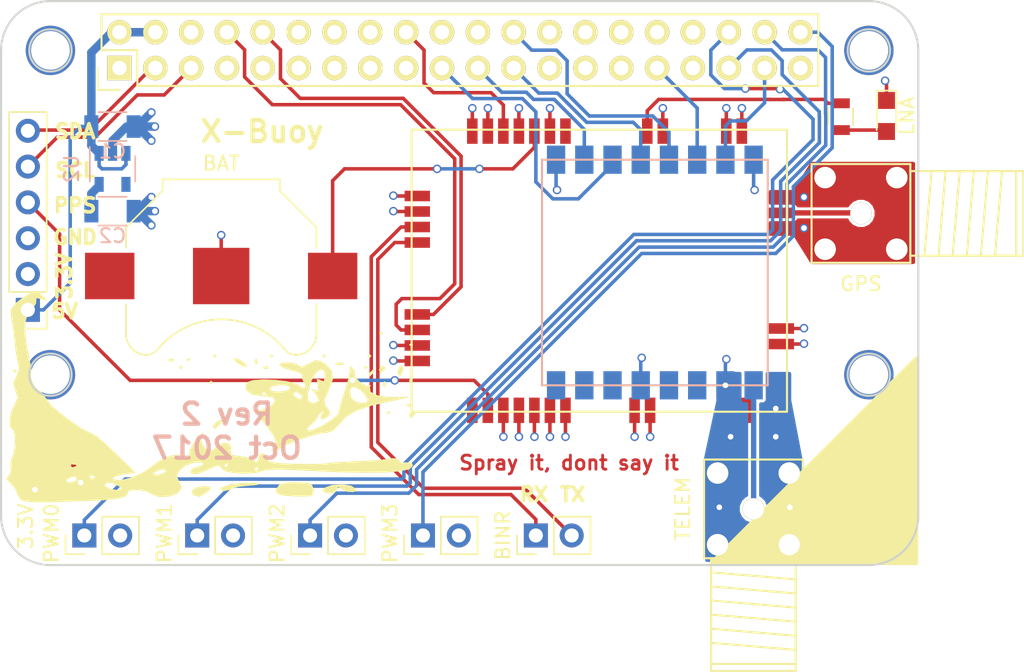
<source format=kicad_pcb>
(kicad_pcb (version 4) (host pcbnew 4.0.7)
  (layers (0 F.Cu signal) (1 In1.Cu power hide) (2 In2.Cu power hide) (31 B.Cu signal) (34 B.Paste user) (35 F.Paste user) (36 B.SilkS user) (37 F.SilkS user) (38 B.Mask user) (39 F.Mask user) (44 Edge.Cuts user))
  (net 0 "")
  (net 1 +5V)
  (net 2 GND)
  (net 3 +3V3)
  (net 4 /ANTFLAG_NVC)
  (net 5 /SCK_RFM22B)
  (net 6 /TX_BINR_NVC)
  (net 7 "Net-(P1-Pad1)")
  (net 8 "Net-(P2-Pad1)")
  (net 9 /PPS_NVS)
  (net 10 /SCL)
  (net 11 /SDA)
  (net 12 /RX_NMEA_NVC)
  (net 13 /TX_NMEA_NVC)
  (net 14 "Net-(P5-Pad1)")
  (net 15 "Net-(U1-Pad1)")
  (net 16 /RX_BINR_NVC)
  (net 17 /SDI_RFM22B)
  (net 18 /SDO_RFM22B)
  (net 19 "Net-(U1-Pad22)")
  (net 20 /NSEL_RFM22B)
  (net 21 "Net-(U1-Pad27)")
  (net 22 "Net-(U1-Pad28)")
  (net 23 /RESET_NVC)
  (net 24 /SDN_RFM22B)
  (net 25 /NIRQ_RFM22B)
  (net 26 "Net-(U4-Pad1)")
  (net 27 "Net-(U1-Pad7)")
  (net 28 "Net-(U1-Pad11)")
  (net 29 "Net-(U1-Pad12)")
  (net 30 "Net-(U1-Pad13)")
  (net 31 "Net-(U1-Pad15)")
  (net 32 "Net-(U1-Pad16)")
  (net 33 "Net-(U1-Pad26)")
  (net 34 "Net-(U1-Pad29)")
  (net 35 "Net-(U1-Pad32)")
  (net 36 "Net-(U1-Pad33)")
  (net 37 "Net-(U3-Pad3)")
  (net 38 "Net-(U3-Pad4)")
  (net 39 "Net-(U3-Pad6)")
  (net 40 "Net-(U3-Pad7)")
  (net 41 "Net-(U3-Pad8)")
  (net 42 "Net-(U4-Pad21)")
  (net 43 "Net-(U2-Pad4)")
  (net 44 /PWM0)
  (net 45 /PWM1)
  (net 46 /PWM2)
  (net 47 /PWM3)
  (net 48 "Net-(D1-Pad2)")
  (net 49 "Net-(D2-Pad2)")
  (module Connectors:1pin (layer F.Cu) (at 113.5 86.5)
    (fp_text reference REF** hide)
    (fp_text value 1pin)
    (pad 1 thru_hole circle (at 0 0) (size 3.5 3.5) (drill 2.75) (layers *.Cu *.Mask) (net 2 GND))
  )
  (module Connectors:1pin (layer F.Cu) (at 113.5 63.5)
    (fp_text reference REF** hide)
    (fp_text value 1pin)
    (pad 1 thru_hole circle (at 0 0) (size 3.5 3.5) (drill 2.75) (layers *.Cu *.Mask) (net 2 GND))
  )
  (module Connectors:1pin (layer F.Cu) (at 171.5 63.5)
    (fp_text reference REF** hide)
    (fp_text value 1pin)
    (pad 1 thru_hole circle (at 0 0) (size 3.5 3.5) (drill 2.75) (layers *.Cu *.Mask) (net 2 GND))
  )
  (module Connectors:1pin (layer F.Cu) (at 171.5 86.5)
    (fp_text reference REF** hide)
    (fp_text value 1pin)
    (pad 1 thru_hole circle (at 0 0) (size 3.5 3.5) (drill 2.75) (layers *.Cu *.Mask) (net 2 GND))
  )
  (module NV08C-CSM:NV08C-CSM (layer F.Cu) (at 152.396 79.124)
    (fp_text reference U4 hide)
    (fp_text value NV08C-CSM)
    (pad 1 smd rect (at -9 9.9) (size 0.75 1.8) (layers F.Cu F.Paste F.Mask) (net 26 "Net-(U4-Pad1)"))
    (pad 2 smd rect (at -7.9 9.9) (size 0.75 1.8) (layers F.Cu F.Paste F.Mask) (net 9 /PPS_NVS))
    (pad 3 smd rect (at -6.8 9.9) (size 0.75 1.8) (layers F.Cu F.Paste F.Mask) (net 2 GND))
    (pad 4 smd rect (at -5.7 9.9) (size 0.75 1.8) (layers F.Cu F.Paste F.Mask) (net 2 GND))
    (pad 5 smd rect (at -4.6 9.9) (size 0.75 1.8) (layers F.Cu F.Paste F.Mask) (net 3 +3V3))
    (pad 8 smd rect (at 2.5 9.9) (size 0.75 1.8) (layers F.Cu F.Paste F.Mask) (net 3 +3V3))
    (pad 9 smd rect (at 3.6 9.9) (size 0.75 1.8) (layers F.Cu F.Paste F.Mask) (net 2 GND))
    (pad 10 smd rect (at 9.3 9.9) (size 0.75 1.8) (layers F.Cu F.Paste F.Mask) (net 2 GND))
    (pad 11 smd rect (at 10.4 9.9) (size 0.75 1.8) (layers F.Cu F.Paste F.Mask) (net 2 GND))
    (pad 16 smd rect (at 12.9 -5.2 90) (size 0.75 1.8) (layers F.Cu F.Paste F.Mask) (net 2 GND))
    (pad 15 smd rect (at 12.9 -4.1 90) (size 0.75 1.8) (layers F.Cu F.Paste F.Mask) (net 8 "Net-(P2-Pad1)"))
    (pad 14 smd rect (at 12.9 -3 90) (size 0.75 1.8) (layers F.Cu F.Paste F.Mask) (net 2 GND))
    (pad 13 smd rect (at 12.9 4.1 90) (size 0.75 1.8) (layers F.Cu F.Paste F.Mask) (net 2 GND))
    (pad 12 smd rect (at 12.9 5.2 90) (size 0.75 1.8) (layers F.Cu F.Paste F.Mask) (net 2 GND))
    (pad 27 smd rect (at -9 -9.9) (size 0.75 1.8) (layers F.Cu F.Paste F.Mask) (net 2 GND))
    (pad 26 smd rect (at -7.9 -9.9) (size 0.75 1.8) (layers F.Cu F.Paste F.Mask) (net 3 +3V3))
    (pad 25 smd rect (at -6.8 -9.9) (size 0.75 1.8) (layers F.Cu F.Paste F.Mask) (net 23 /RESET_NVC))
    (pad 24 smd rect (at -5.7 -9.9) (size 0.75 1.8) (layers F.Cu F.Paste F.Mask) (net 2 GND))
    (pad 23 smd rect (at -4.6 -9.9) (size 0.75 1.8) (layers F.Cu F.Paste F.Mask) (net 14 "Net-(P5-Pad1)"))
    (pad 22 smd rect (at -3.5 -9.9) (size 0.75 1.8) (layers F.Cu F.Paste F.Mask) (net 2 GND))
    (pad 6 smd rect (at -3.5 9.9) (size 0.75 1.8) (layers F.Cu F.Paste F.Mask) (net 2 GND))
    (pad 7 smd rect (at -2.4 9.9) (size 0.75 1.8) (layers F.Cu F.Paste F.Mask) (net 2 GND))
    (pad 20 smd rect (at 3.4 -9.9) (size 0.75 1.8) (layers F.Cu F.Paste F.Mask) (net 4 /ANTFLAG_NVC))
    (pad 21 smd rect (at -2.4 -9.9) (size 0.75 1.8) (layers F.Cu F.Paste F.Mask) (net 42 "Net-(U4-Pad21)"))
    (pad 19 smd rect (at 4.5 -9.9) (size 0.75 1.8) (layers F.Cu F.Paste F.Mask) (net 2 GND))
    (pad 18 smd rect (at 9 -9.9) (size 0.75 1.8) (layers F.Cu F.Paste F.Mask) (net 2 GND))
    (pad 17 smd rect (at 10.1 -9.9) (size 0.75 1.8) (layers F.Cu F.Paste F.Mask) (net 2 GND))
    (pad 28 smd rect (at -12.9 -5.3 90) (size 0.75 1.8) (layers F.Cu F.Paste F.Mask) (net 3 +3V3))
    (pad 29 smd rect (at -12.9 -4.2 90) (size 0.75 1.8) (layers F.Cu F.Paste F.Mask) (net 2 GND))
    (pad 30 smd rect (at -12.9 -3.1 90) (size 0.75 1.8) (layers F.Cu F.Paste F.Mask) (net 16 /RX_BINR_NVC))
    (pad 31 smd rect (at -12.9 -2 90) (size 0.75 1.8) (layers F.Cu F.Paste F.Mask) (net 6 /TX_BINR_NVC))
    (pad 32 smd rect (at -12.9 3.1 90) (size 0.75 1.8) (layers F.Cu F.Paste F.Mask) (net 13 /TX_NMEA_NVC))
    (pad 33 smd rect (at -12.9 4.2 90) (size 0.75 1.8) (layers F.Cu F.Paste F.Mask) (net 12 /RX_NMEA_NVC))
    (pad 34 smd rect (at -12.9 5.3 90) (size 0.75 1.8) (layers F.Cu F.Paste F.Mask) (net 2 GND))
    (pad 35 smd rect (at -12.9 6.4 90) (size 0.75 1.8) (layers F.Cu F.Paste F.Mask) (net 3 +3V3))
  )
  (module Pin_Headers:Pin_Header_Straight_2x20 (layer F.Cu) (at 118.39 64.75 90)
    (fp_text reference U1 hide)
    (fp_text value RaspberryPi hide)
    (pad 1 thru_hole rect (at 0 0 90) (size 1.7272 1.7272) (drill 1.016) (layers *.Cu *.Mask F.SilkS) (net 15 "Net-(U1-Pad1)"))
    (pad 2 thru_hole oval (at 2.54 0 90) (size 1.7272 1.7272) (drill 1.016) (layers *.Cu *.Mask F.SilkS) (net 1 +5V))
    (pad 3 thru_hole oval (at 0 2.54 90) (size 1.7272 1.7272) (drill 1.016) (layers *.Cu *.Mask F.SilkS) (net 11 /SDA))
    (pad 4 thru_hole oval (at 2.54 2.54 90) (size 1.7272 1.7272) (drill 1.016) (layers *.Cu *.Mask F.SilkS) (net 1 +5V))
    (pad 5 thru_hole oval (at 0 5.08 90) (size 1.7272 1.7272) (drill 1.016) (layers *.Cu *.Mask F.SilkS) (net 10 /SCL))
    (pad 6 thru_hole oval (at 2.54 5.08 90) (size 1.7272 1.7272) (drill 1.016) (layers *.Cu *.Mask F.SilkS) (net 2 GND))
    (pad 7 thru_hole oval (at 0 7.62 90) (size 1.7272 1.7272) (drill 1.016) (layers *.Cu *.Mask F.SilkS) (net 27 "Net-(U1-Pad7)"))
    (pad 8 thru_hole oval (at 2.54 7.62 90) (size 1.7272 1.7272) (drill 1.016) (layers *.Cu *.Mask F.SilkS) (net 12 /RX_NMEA_NVC))
    (pad 9 thru_hole oval (at 0 10.16 90) (size 1.7272 1.7272) (drill 1.016) (layers *.Cu *.Mask F.SilkS) (net 2 GND))
    (pad 10 thru_hole oval (at 2.54 10.16 90) (size 1.7272 1.7272) (drill 1.016) (layers *.Cu *.Mask F.SilkS) (net 13 /TX_NMEA_NVC))
    (pad 11 thru_hole oval (at 0 12.7 90) (size 1.7272 1.7272) (drill 1.016) (layers *.Cu *.Mask F.SilkS) (net 28 "Net-(U1-Pad11)"))
    (pad 12 thru_hole oval (at 2.54 12.7 90) (size 1.7272 1.7272) (drill 1.016) (layers *.Cu *.Mask F.SilkS) (net 29 "Net-(U1-Pad12)"))
    (pad 13 thru_hole oval (at 0 15.24 90) (size 1.7272 1.7272) (drill 1.016) (layers *.Cu *.Mask F.SilkS) (net 30 "Net-(U1-Pad13)"))
    (pad 14 thru_hole oval (at 2.54 15.24 90) (size 1.7272 1.7272) (drill 1.016) (layers *.Cu *.Mask F.SilkS) (net 2 GND))
    (pad 15 thru_hole oval (at 0 17.78 90) (size 1.7272 1.7272) (drill 1.016) (layers *.Cu *.Mask F.SilkS) (net 31 "Net-(U1-Pad15)"))
    (pad 16 thru_hole oval (at 2.54 17.78 90) (size 1.7272 1.7272) (drill 1.016) (layers *.Cu *.Mask F.SilkS) (net 32 "Net-(U1-Pad16)"))
    (pad 17 thru_hole oval (at 0 20.32 90) (size 1.7272 1.7272) (drill 1.016) (layers *.Cu *.Mask F.SilkS) (net 3 +3V3))
    (pad 18 thru_hole oval (at 2.54 20.32 90) (size 1.7272 1.7272) (drill 1.016) (layers *.Cu *.Mask F.SilkS) (net 23 /RESET_NVC))
    (pad 19 thru_hole oval (at 0 22.86 90) (size 1.7272 1.7272) (drill 1.016) (layers *.Cu *.Mask F.SilkS) (net 17 /SDI_RFM22B))
    (pad 20 thru_hole oval (at 2.54 22.86 90) (size 1.7272 1.7272) (drill 1.016) (layers *.Cu *.Mask F.SilkS) (net 2 GND))
    (pad 21 thru_hole oval (at 0 25.4 90) (size 1.7272 1.7272) (drill 1.016) (layers *.Cu *.Mask F.SilkS) (net 18 /SDO_RFM22B))
    (pad 22 thru_hole oval (at 2.54 25.4 90) (size 1.7272 1.7272) (drill 1.016) (layers *.Cu *.Mask F.SilkS) (net 19 "Net-(U1-Pad22)"))
    (pad 23 thru_hole oval (at 0 27.94 90) (size 1.7272 1.7272) (drill 1.016) (layers *.Cu *.Mask F.SilkS) (net 5 /SCK_RFM22B))
    (pad 24 thru_hole oval (at 2.54 27.94 90) (size 1.7272 1.7272) (drill 1.016) (layers *.Cu *.Mask F.SilkS) (net 20 /NSEL_RFM22B))
    (pad 25 thru_hole oval (at 0 30.48 90) (size 1.7272 1.7272) (drill 1.016) (layers *.Cu *.Mask F.SilkS) (net 2 GND))
    (pad 26 thru_hole oval (at 2.54 30.48 90) (size 1.7272 1.7272) (drill 1.016) (layers *.Cu *.Mask F.SilkS) (net 33 "Net-(U1-Pad26)"))
    (pad 27 thru_hole oval (at 0 33.02 90) (size 1.7272 1.7272) (drill 1.016) (layers *.Cu *.Mask F.SilkS) (net 21 "Net-(U1-Pad27)"))
    (pad 28 thru_hole oval (at 2.54 33.02 90) (size 1.7272 1.7272) (drill 1.016) (layers *.Cu *.Mask F.SilkS) (net 22 "Net-(U1-Pad28)"))
    (pad 29 thru_hole oval (at 0 35.56 90) (size 1.7272 1.7272) (drill 1.016) (layers *.Cu *.Mask F.SilkS) (net 34 "Net-(U1-Pad29)"))
    (pad 30 thru_hole oval (at 2.54 35.56 90) (size 1.7272 1.7272) (drill 1.016) (layers *.Cu *.Mask F.SilkS) (net 2 GND))
    (pad 31 thru_hole oval (at 0 38.1 90) (size 1.7272 1.7272) (drill 1.016) (layers *.Cu *.Mask F.SilkS) (net 25 /NIRQ_RFM22B))
    (pad 32 thru_hole oval (at 2.54 38.1 90) (size 1.7272 1.7272) (drill 1.016) (layers *.Cu *.Mask F.SilkS) (net 35 "Net-(U1-Pad32)"))
    (pad 33 thru_hole oval (at 0 40.64 90) (size 1.7272 1.7272) (drill 1.016) (layers *.Cu *.Mask F.SilkS) (net 36 "Net-(U1-Pad33)"))
    (pad 34 thru_hole oval (at 2.54 40.64 90) (size 1.7272 1.7272) (drill 1.016) (layers *.Cu *.Mask F.SilkS) (net 2 GND))
    (pad 35 thru_hole oval (at 0 43.18 90) (size 1.7272 1.7272) (drill 1.016) (layers *.Cu *.Mask F.SilkS) (net 45 /PWM1))
    (pad 36 thru_hole oval (at 2.54 43.18 90) (size 1.7272 1.7272) (drill 1.016) (layers *.Cu *.Mask F.SilkS) (net 44 /PWM0))
    (pad 37 thru_hole oval (at 0 45.72 90) (size 1.7272 1.7272) (drill 1.016) (layers *.Cu *.Mask F.SilkS) (net 24 /SDN_RFM22B))
    (pad 38 thru_hole oval (at 2.54 45.72 90) (size 1.7272 1.7272) (drill 1.016) (layers *.Cu *.Mask F.SilkS) (net 46 /PWM2))
    (pad 39 thru_hole oval (at 0 48.26 90) (size 1.7272 1.7272) (drill 1.016) (layers *.Cu *.Mask F.SilkS) (net 2 GND))
    (pad 40 thru_hole oval (at 2.54 48.26 90) (size 1.7272 1.7272) (drill 1.016) (layers *.Cu *.Mask F.SilkS) (net 47 /PWM3))
  )
  (module RFM22B:RFM22B (layer B.Cu) (at 156.333 79.251 90)
    (fp_text reference U3 hide)
    (fp_text value RFM22B)
    (pad 1 smd rect (at -8 7 90) (size 2 1.3) (layers B.Cu B.Paste B.Mask) (net 7 "Net-(P1-Pad1)"))
    (pad 2 smd rect (at -8 5 90) (size 2 1.3) (layers B.Cu B.Paste B.Mask) (net 2 GND))
    (pad 3 smd rect (at -8 3 90) (size 2 1.3) (layers B.Cu B.Paste B.Mask) (net 37 "Net-(U3-Pad3)"))
    (pad 4 smd rect (at -8 1 90) (size 2 1.3) (layers B.Cu B.Paste B.Mask) (net 38 "Net-(U3-Pad4)"))
    (pad 5 smd rect (at -8 -1 90) (size 2 1.3) (layers B.Cu B.Paste B.Mask) (net 3 +3V3))
    (pad 6 smd rect (at -8 -3 90) (size 2 1.3) (layers B.Cu B.Paste B.Mask) (net 39 "Net-(U3-Pad6)"))
    (pad 7 smd rect (at -8 -5 90) (size 2 1.3) (layers B.Cu B.Paste B.Mask) (net 40 "Net-(U3-Pad7)"))
    (pad 8 smd rect (at -8 -7 90) (size 2 1.3) (layers B.Cu B.Paste B.Mask) (net 41 "Net-(U3-Pad8)"))
    (pad 9 smd rect (at 8 -7 90) (size 2 1.3) (layers B.Cu B.Paste B.Mask) (net 2 GND))
    (pad 10 smd rect (at 8 -5 90) (size 2 1.3) (layers B.Cu B.Paste B.Mask) (net 18 /SDO_RFM22B))
    (pad 11 smd rect (at 8 -3 90) (size 2 1.3) (layers B.Cu B.Paste B.Mask) (net 17 /SDI_RFM22B))
    (pad 12 smd rect (at 8 -1 90) (size 2 1.3) (layers B.Cu B.Paste B.Mask) (net 5 /SCK_RFM22B))
    (pad 13 smd rect (at 8 1 90) (size 2 1.3) (layers B.Cu B.Paste B.Mask) (net 20 /NSEL_RFM22B))
    (pad 14 smd rect (at 8 3 90) (size 2 1.3) (layers B.Cu B.Paste B.Mask) (net 25 /NIRQ_RFM22B))
    (pad 15 smd rect (at 8 5 90) (size 2 1.3) (layers B.Cu B.Paste B.Mask) (net 24 /SDN_RFM22B))
    (pad 16 smd rect (at 8 7 90) (size 2 1.3) (layers B.Cu B.Paste B.Mask) (net 2 GND))
  )
  (module LEDs:LED_0805 (layer F.Cu) (at 112.25 92.15 90)
    (fp_text reference 3.3V (at -5.1 -0.5 90) (layer F.SilkS))
    (fp_text value LED)
    (pad 2 smd rect (at 1.1 0 270) (size 1.2 1.2) (layers F.Cu F.Paste F.Mask) (net 48 "Net-(D1-Pad2)"))
    (pad 1 smd rect (at -1.1 0 270) (size 1.2 1.2) (layers F.Cu F.Paste F.Mask) (net 2 GND))
  )
  (module LEDs:LED_0805 (layer F.Cu) (at 172.75 68.15 270)
    (fp_text reference LNA (at 0 -1.45 270) (layer F.SilkS))
    (fp_text value LED)
    (pad 2 smd rect (at 1.1 0 90) (size 1.2 1.2) (layers F.Cu F.Paste F.Mask) (net 49 "Net-(D2-Pad2)"))
    (pad 1 smd rect (at -1.1 0 90) (size 1.2 1.2) (layers F.Cu F.Paste F.Mask) (net 2 GND))
  )
  (module Misc:RightAngleSMA (layer F.Cu) (at 163.318 96.015 270)
    (fp_text reference TELEM (at 0 5 270) (layer F.SilkS))
    (fp_text value "Telem RF")
    (pad 2 thru_hole circle (at 2.54 2.54 270) (size 1.524 1.524) (drill 1.5) (layers *.Cu *.Mask F.SilkS) (net 2 GND))
    (pad 2 thru_hole circle (at -2.54 2.54 270) (size 1.524 1.524) (drill 1.5) (layers *.Cu *.Mask F.SilkS) (net 2 GND))
    (pad 2 thru_hole circle (at 2.54 -2.54 270) (size 1.524 1.524) (drill 1.5) (layers *.Cu *.Mask F.SilkS) (net 2 GND))
    (pad 2 thru_hole circle (at -2.54 -2.54 270) (size 1.524 1.524) (drill 1.5) (layers *.Cu *.Mask F.SilkS) (net 2 GND))
    (pad 1 thru_hole circle (at 0 0 270) (size 1.524 1.524) (drill 1.5) (layers *.Cu *.Mask F.SilkS) (net 7 "Net-(P1-Pad1)"))
  )
  (module Misc:RightAngleSMA (layer F.Cu) (at 170.938 75.06)
    (fp_text reference GPS (at 0 5) (layer F.SilkS))
    (fp_text value "GPS RF")
    (pad 2 thru_hole circle (at 2.54 2.54) (size 1.524 1.524) (drill 1.5) (layers *.Cu *.Mask F.SilkS) (net 2 GND))
    (pad 2 thru_hole circle (at -2.54 2.54) (size 1.524 1.524) (drill 1.5) (layers *.Cu *.Mask F.SilkS) (net 2 GND))
    (pad 2 thru_hole circle (at 2.54 -2.54) (size 1.524 1.524) (drill 1.5) (layers *.Cu *.Mask F.SilkS) (net 2 GND))
    (pad 2 thru_hole circle (at -2.54 -2.54) (size 1.524 1.524) (drill 1.5) (layers *.Cu *.Mask F.SilkS) (net 2 GND))
    (pad 1 thru_hole circle (at 0 0) (size 1.524 1.524) (drill 1.5) (layers *.Cu *.Mask F.SilkS) (net 8 "Net-(P2-Pad1)"))
  )
  (module Battery_Holders:Keystone_3000_1x12mm-CoinCell (layer F.Cu) (at 125.6 79.5)
    (fp_text reference BAT (at 0 -8) (layer F.SilkS))
    (fp_text value "Bat holder")
    (pad 1 smd rect (at -7.9 0) (size 3.5 3.3) (layers F.Cu F.Paste F.Mask) (net 14 "Net-(P5-Pad1)"))
    (pad 1 smd rect (at 7.9 0) (size 3.5 3.3) (layers F.Cu F.Paste F.Mask) (net 14 "Net-(P5-Pad1)"))
    (pad 2 smd rect (at 0 0) (size 4 4) (layers F.Cu F.Mask) (net 2 GND))
  )
  (module Capacitors_SMD:C_1206 (layer B.Cu) (at 117.9 68.9)
    (fp_text reference C1 (at 0 1.75) (layer B.SilkS) (effects (justify mirror)))
    (fp_text value 10uF)
    (pad 1 smd rect (at -1.5 0) (size 1 1.6) (layers B.Cu B.Paste B.Mask) (net 1 +5V))
    (pad 2 smd rect (at 1.5 0) (size 1 1.6) (layers B.Cu B.Paste B.Mask) (net 2 GND))
  )
  (module Capacitors_SMD:C_1206 (layer B.Cu) (at 117.9 74.9)
    (fp_text reference C2 (at 0 1.75) (layer B.SilkS) (effects (justify mirror)))
    (fp_text value 10uF)
    (pad 1 smd rect (at -1.5 0) (size 1 1.6) (layers B.Cu B.Paste B.Mask) (net 3 +3V3))
    (pad 2 smd rect (at 1.5 0) (size 1 1.6) (layers B.Cu B.Paste B.Mask) (net 2 GND))
  )
  (module TO_SOT_Packages_SMD:SOT-23-5 (layer B.Cu) (at 117.9 71.9 270)
    (fp_text reference U2 (at 0 2.9 270) (layer B.SilkS) (effects (justify mirror)))
    (fp_text value TLV70233_SOT23-5)
    (pad 1 smd rect (at -1.1 0.95 270) (size 1.06 0.65) (layers B.Cu B.Paste B.Mask) (net 1 +5V))
    (pad 2 smd rect (at -1.1 0 270) (size 1.06 0.65) (layers B.Cu B.Paste B.Mask) (net 2 GND))
    (pad 3 smd rect (at -1.1 -0.95 270) (size 1.06 0.65) (layers B.Cu B.Paste B.Mask) (net 1 +5V))
    (pad 4 smd rect (at 1.1 -0.95 270) (size 1.06 0.65) (layers B.Cu B.Paste B.Mask) (net 43 "Net-(U2-Pad4)"))
    (pad 5 smd rect (at 1.1 0.95 270) (size 1.06 0.65) (layers B.Cu B.Paste B.Mask) (net 3 +3V3))
  )
  (module Pin_Headers:Pin_Header_Straight_1x02_Pitch2.54mm (layer F.Cu) (at 115.9 97.9 90)
    (fp_text reference PWM0 (at 0.15 -2.33 90) (layer F.SilkS))
    (fp_text value PWM0)
    (pad 1 thru_hole rect (at 0 0 90) (size 1.7 1.7) (drill 1) (layers *.Cu *.Mask) (net 44 /PWM0))
    (pad 2 thru_hole oval (at 0 2.54 90) (size 1.7 1.7) (drill 1) (layers *.Cu *.Mask) (net 2 GND))
  )
  (module Pin_Headers:Pin_Header_Straight_1x06_Pitch2.54mm (layer F.Cu) (at 111.9 81.9 180)
    (fp_text reference J5 hide)
    (fp_text value Gen hide)
    (pad 1 thru_hole rect (at 0 0 180) (size 1.7 1.7) (drill 1) (layers *.Cu *.Mask) (net 1 +5V))
    (pad 2 thru_hole oval (at 0 2.54 180) (size 1.7 1.7) (drill 1) (layers *.Cu *.Mask) (net 3 +3V3))
    (pad 3 thru_hole oval (at 0 5.08 180) (size 1.7 1.7) (drill 1) (layers *.Cu *.Mask) (net 2 GND))
    (pad 4 thru_hole oval (at 0 7.62 180) (size 1.7 1.7) (drill 1) (layers *.Cu *.Mask) (net 9 /PPS_NVS))
    (pad 5 thru_hole oval (at 0 10.16 180) (size 1.7 1.7) (drill 1) (layers *.Cu *.Mask) (net 10 /SCL))
    (pad 6 thru_hole oval (at 0 12.7 180) (size 1.7 1.7) (drill 1) (layers *.Cu *.Mask) (net 11 /SDA))
  )
  (module Pin_Headers:Pin_Header_Straight_1x02_Pitch2.54mm (layer F.Cu) (at 147.9 97.9 90)
    (fp_text reference BINR (at 0 -2.33 90) (layer F.SilkS))
    (fp_text value BINR)
    (pad 1 thru_hole rect (at 0 0 90) (size 1.7 1.7) (drill 1) (layers *.Cu *.Mask) (net 16 /RX_BINR_NVC))
    (pad 2 thru_hole oval (at 0 2.54 90) (size 1.7 1.7) (drill 1) (layers *.Cu *.Mask) (net 6 /TX_BINR_NVC))
  )
  (module Pin_Headers:Pin_Header_Straight_1x02_Pitch2.54mm (layer F.Cu) (at 123.9 97.9 90)
    (fp_text reference PWM1 (at 0.15 -2.33 90) (layer F.SilkS))
    (fp_text value PWM1)
    (pad 1 thru_hole rect (at 0 0 90) (size 1.7 1.7) (drill 1) (layers *.Cu *.Mask) (net 45 /PWM1))
    (pad 2 thru_hole oval (at 0 2.54 90) (size 1.7 1.7) (drill 1) (layers *.Cu *.Mask) (net 2 GND))
  )
  (module Pin_Headers:Pin_Header_Straight_1x02_Pitch2.54mm (layer F.Cu) (at 131.9 97.9 90)
    (fp_text reference PWM2 (at 0.15 -2.33 90) (layer F.SilkS))
    (fp_text value PWM2)
    (pad 1 thru_hole rect (at 0 0 90) (size 1.7 1.7) (drill 1) (layers *.Cu *.Mask) (net 46 /PWM2))
    (pad 2 thru_hole oval (at 0 2.54 90) (size 1.7 1.7) (drill 1) (layers *.Cu *.Mask) (net 2 GND))
  )
  (module Pin_Headers:Pin_Header_Straight_1x02_Pitch2.54mm (layer F.Cu) (at 139.9 97.9 90)
    (fp_text reference PWM3 (at 0.15 -2.33 90) (layer F.SilkS))
    (fp_text value PWM3)
    (pad 1 thru_hole rect (at 0 0 90) (size 1.7 1.7) (drill 1) (layers *.Cu *.Mask) (net 47 /PWM3))
    (pad 2 thru_hole oval (at 0 2.54 90) (size 1.7 1.7) (drill 1) (layers *.Cu *.Mask) (net 2 GND))
  )
  (module Resistors_SMD:R_0805 (layer F.Cu) (at 115.5 92.05 90)
    (fp_text reference R1 hide)
    (fp_text value 300)
    (pad 1 smd rect (at -0.95 0 90) (size 0.7 1.3) (layers F.Cu F.Paste F.Mask) (net 3 +3V3))
    (pad 2 smd rect (at 0.95 0 90) (size 0.7 1.3) (layers F.Cu F.Paste F.Mask) (net 48 "Net-(D1-Pad2)"))
  )
  (module Resistors_SMD:R_0805 (layer F.Cu) (at 169.5 68.2 270)
    (fp_text reference R2 hide)
    (fp_text value 300)
    (pad 1 smd rect (at -0.95 0 270) (size 0.7 1.3) (layers F.Cu F.Paste F.Mask) (net 4 /ANTFLAG_NVC))
    (pad 2 smd rect (at 0.95 0 270) (size 0.7 1.3) (layers F.Cu F.Paste F.Mask) (net 49 "Net-(D2-Pad2)"))
  )
  (module Images:skimage (layer F.Cu) (at 124.75 88.25)
    (fp_text reference G*** hide)
    (fp_text value LOGO hide)
  )
  (gr_text "Spray it, dont say it" (at 150.25 92.75) (layer F.Cu) (effects (font (size 1 1) (thickness 0.2))))
  (gr_text "Rev 2\nOct 2017" (at 126 90.5) (layer B.SilkS) (effects (font (size 1.5 1.5) (thickness 0.3)) (justify mirror)))
  (gr_text X-Buoy (at 128.5 69.25 360) (layer F.SilkS) (effects (font (size 1.5 1.5) (thickness 0.3))))
  (gr_text TX (at 150.5 95) (layer F.SilkS) (effects (font (size 1 1) (thickness 0.25))))
  (gr_text RX (at 147.75 95) (layer F.SilkS) (effects (font (size 1 1) (thickness 0.25))))
  (gr_text SDA (at 115.25 69.25) (layer F.SilkS) (effects (font (size 1 1) (thickness 0.25))))
  (gr_text SCL (at 115.25 72) (layer F.SilkS) (effects (font (size 1 1) (thickness 0.25))))
  (gr_text PPS (at 115.25 74.5) (layer F.SilkS) (effects (font (size 1 1) (thickness 0.25))))
  (gr_text GND (at 115.25 76.75) (layer F.SilkS) (effects (font (size 1 1) (thickness 0.25))))
  (gr_text 3.3V (at 114.5 79.5 90) (layer F.SilkS) (effects (font (size 1 1) (thickness 0.25))))
  (gr_text 5V (at 114.5 82) (layer F.SilkS) (effects (font (size 1 1) (thickness 0.25))))
  (gr_line (start 175 96.5) (end 175 86.5) (layer Edge.Cuts) (width 0.15))
  (gr_line (start 113.5 100) (end 171.5 100) (layer Edge.Cuts) (width 0.15))
  (gr_line (start 110 86.5) (end 110 96.5) (layer Edge.Cuts) (width 0.15))
  (gr_arc (start 113.5 96.5) (end 113.5 100) (angle 90) (layer Edge.Cuts) (width 0.15))
  (gr_arc (start 171.5 96.5) (end 175 96.5) (angle 90) (layer Edge.Cuts) (width 0.15))
  (gr_line (start 171.5 60) (end 113.5 60) (layer Edge.Cuts) (width 0.15))
  (gr_line (start 175 86.5) (end 175 63.5) (layer Edge.Cuts) (width 0.15))
  (gr_line (start 110 63.5) (end 110 86.5) (layer Edge.Cuts) (width 0.15))
  (gr_arc (start 113.5 63.5) (end 110 63.5) (angle 90) (layer Edge.Cuts) (width 0.15))
  (gr_arc (start 171.5 63.5) (end 171.5 60) (angle 90) (layer Edge.Cuts) (width 0.15))
  (gr_circle (center 171.5 86.5) (end 171.5 85) (layer Edge.Cuts) (width 0.15))
  (gr_circle (center 113.5 86.5) (end 113.5 85) (layer Edge.Cuts) (width 0.15))
  (gr_circle (center 113.5 63.5) (end 113.5 62) (layer Edge.Cuts) (width 0.15))
  (gr_circle (center 171.5 63.5) (end 171.5 62) (layer Edge.Cuts) (width 0.15))
  (segment (start 114.9 69.65) (end 114.9 80) (width 0.25) (layer B.Cu) (net 1))
  (segment (start 114.9 80) (end 113 81.9) (width 0.25) (layer B.Cu) (net 1))
  (segment (start 113 81.9) (end 111.9 81.9) (width 0.25) (layer B.Cu) (net 1))
  (segment (start 116.4 68.9) (end 115.65 68.9) (width 0.25) (layer B.Cu) (net 1))
  (segment (start 115.65 68.9) (end 114.9 69.65) (width 0.25) (layer B.Cu) (net 1))
  (segment (start 118.85 70.8) (end 118.85 71.6) (width 0.25) (layer B.Cu) (net 1))
  (segment (start 116.95 71.7) (end 116.95 70.8) (width 0.25) (layer B.Cu) (net 1))
  (segment (start 117.15 71.9) (end 116.95 71.7) (width 0.25) (layer B.Cu) (net 1))
  (segment (start 118.55 71.9) (end 117.15 71.9) (width 0.25) (layer B.Cu) (net 1))
  (segment (start 118.85 71.6) (end 118.55 71.9) (width 0.25) (layer B.Cu) (net 1))
  (segment (start 116.4 68.9) (end 116.4 70.25) (width 0.6) (layer B.Cu) (net 1))
  (segment (start 116.4 70.25) (end 116.95 70.8) (width 0.6) (layer B.Cu) (net 1))
  (segment (start 120.93 62.21) (end 118.39 62.21) (width 0.6) (layer B.Cu) (net 1))
  (segment (start 118.39 62.21) (end 118.33 62.15) (width 0.8) (layer B.Cu) (net 1))
  (segment (start 118.33 62.15) (end 117.9 62.15) (width 0.8) (layer B.Cu) (net 1))
  (segment (start 117.9 62.15) (end 116.4 63.65) (width 0.6) (layer B.Cu) (net 1))
  (segment (start 116.4 63.65) (end 116.4 68.9) (width 0.6) (layer B.Cu) (net 1))
  (segment (start 112.25 93.25) (end 112.25 94.5) (width 0.25) (layer F.Cu) (net 2))
  (segment (start 112.25 94.5) (end 112.4 94.65) (width 0.25) (layer F.Cu) (net 2))
  (via (at 112.4 94.65) (size 0.6) (drill 0.4) (layers F.Cu B.Cu) (net 2))
  (segment (start 172.75 67.05) (end 172.75 65.75) (width 0.25) (layer F.Cu) (net 2))
  (segment (start 172.75 65.75) (end 172.65 65.65) (width 0.25) (layer F.Cu) (net 2))
  (via (at 172.65 65.65) (size 0.6) (drill 0.4) (layers F.Cu B.Cu) (net 2))
  (segment (start 165.858 98.555) (end 165.858 95.942) (width 0.38) (layer B.Cu) (net 2))
  (segment (start 165.858 95.942) (end 165.9 95.9) (width 0.38) (layer B.Cu) (net 2))
  (via (at 165.9 95.9) (size 0.6) (drill 0.4) (layers F.Cu B.Cu) (net 2))
  (segment (start 160.778 93.475) (end 160.778 95.778) (width 0.38) (layer B.Cu) (net 2))
  (segment (start 160.778 95.778) (end 160.9 95.9) (width 0.38) (layer B.Cu) (net 2))
  (via (at 160.9 95.9) (size 0.6) (drill 0.4) (layers F.Cu B.Cu) (net 2))
  (via (at 161.333 87.251) (size 0.6) (drill 0.4) (layers F.Cu B.Cu) (net 2))
  (segment (start 164.9 90.9) (end 164.9 88.9) (width 0.38) (layer B.Cu) (net 2))
  (via (at 164.9 88.9) (size 0.6) (drill 0.4) (layers F.Cu B.Cu) (net 2))
  (segment (start 165.858 93.475) (end 165.858 91.858) (width 0.38) (layer B.Cu) (net 2))
  (segment (start 165.858 91.858) (end 164.9 90.9) (width 0.38) (layer B.Cu) (net 2))
  (via (at 164.9 90.9) (size 0.6) (drill 0.4) (layers F.Cu B.Cu) (net 2))
  (segment (start 161.333 87.251) (end 161.333 85.467) (width 0.25) (layer B.Cu) (net 2))
  (segment (start 161.333 85.467) (end 161.4 85.4) (width 0.25) (layer B.Cu) (net 2))
  (via (at 161.4 85.4) (size 0.6) (drill 0.4) (layers F.Cu B.Cu) (net 2))
  (segment (start 163.333 71.251) (end 163.333 73.333) (width 0.25) (layer B.Cu) (net 2))
  (segment (start 163.333 73.333) (end 163.4 73.4) (width 0.25) (layer B.Cu) (net 2))
  (via (at 163.4 73.4) (size 0.6) (drill 0.4) (layers F.Cu B.Cu) (net 2))
  (segment (start 149.333 71.251) (end 149.333 73.333) (width 0.25) (layer B.Cu) (net 2))
  (segment (start 149.333 73.333) (end 149.4 73.4) (width 0.25) (layer B.Cu) (net 2))
  (via (at 149.4 73.4) (size 0.6) (drill 0.4) (layers F.Cu B.Cu) (net 2))
  (segment (start 125.6 79.5) (end 125.6 76.6) (width 0.25) (layer F.Cu) (net 2))
  (via (at 125.6 76.6) (size 0.6) (drill 0.4) (layers F.Cu B.Cu) (net 2))
  (segment (start 143.396 69.224) (end 143.396 67.604) (width 0.25) (layer F.Cu) (net 2))
  (segment (start 143.396 67.604) (end 143.4 67.6) (width 0.25) (layer F.Cu) (net 2))
  (via (at 143.4 67.6) (size 0.6) (drill 0.4) (layers F.Cu B.Cu) (net 2))
  (segment (start 139.496 74.924) (end 137.824 74.924) (width 0.25) (layer F.Cu) (net 2))
  (segment (start 137.824 74.924) (end 137.8 74.9) (width 0.25) (layer F.Cu) (net 2))
  (via (at 137.8 74.9) (size 0.6) (drill 0.4) (layers F.Cu B.Cu) (net 2))
  (segment (start 139.496 84.424) (end 137.824 84.424) (width 0.25) (layer F.Cu) (net 2))
  (segment (start 137.824 84.424) (end 137.8 84.4) (width 0.25) (layer F.Cu) (net 2))
  (via (at 137.8 84.4) (size 0.6) (drill 0.4) (layers F.Cu B.Cu) (net 2))
  (segment (start 145.596 89.024) (end 145.596 90.896) (width 0.25) (layer F.Cu) (net 2))
  (segment (start 145.596 90.896) (end 145.6 90.9) (width 0.25) (layer F.Cu) (net 2))
  (via (at 145.6 90.9) (size 0.6) (drill 0.4) (layers F.Cu B.Cu) (net 2))
  (segment (start 146.696 89.024) (end 146.696 90.896) (width 0.25) (layer F.Cu) (net 2))
  (segment (start 146.696 90.896) (end 146.7 90.9) (width 0.25) (layer F.Cu) (net 2))
  (via (at 146.7 90.9) (size 0.6) (drill 0.4) (layers F.Cu B.Cu) (net 2))
  (segment (start 148.896 89.024) (end 148.896 90.896) (width 0.25) (layer F.Cu) (net 2))
  (segment (start 148.896 90.896) (end 148.9 90.9) (width 0.25) (layer F.Cu) (net 2))
  (via (at 148.9 90.9) (size 0.6) (drill 0.4) (layers F.Cu B.Cu) (net 2))
  (segment (start 149.996 89.024) (end 149.996 90.896) (width 0.25) (layer F.Cu) (net 2))
  (segment (start 149.996 90.896) (end 150 90.9) (width 0.25) (layer F.Cu) (net 2))
  (via (at 150 90.9) (size 0.6) (drill 0.4) (layers F.Cu B.Cu) (net 2))
  (segment (start 155.996 89.024) (end 155.996 90.896) (width 0.25) (layer F.Cu) (net 2))
  (segment (start 155.996 90.896) (end 156 90.9) (width 0.25) (layer F.Cu) (net 2))
  (via (at 156 90.9) (size 0.6) (drill 0.4) (layers F.Cu B.Cu) (net 2))
  (segment (start 161.696 89.024) (end 161.696 90.896) (width 0.25) (layer F.Cu) (net 2))
  (segment (start 161.696 90.896) (end 161.7 90.9) (width 0.25) (layer F.Cu) (net 2))
  (via (at 161.7 90.9) (size 0.6) (drill 0.4) (layers F.Cu B.Cu) (net 2))
  (segment (start 162.796 89.024) (end 161.696 89.024) (width 0.25) (layer F.Cu) (net 2))
  (segment (start 165.296 84.324) (end 166.876 84.324) (width 0.25) (layer F.Cu) (net 2))
  (segment (start 166.876 84.324) (end 166.9 84.3) (width 0.25) (layer F.Cu) (net 2))
  (via (at 166.9 84.3) (size 0.6) (drill 0.4) (layers F.Cu B.Cu) (net 2))
  (segment (start 165.296 83.224) (end 166.876 83.224) (width 0.25) (layer F.Cu) (net 2))
  (segment (start 166.876 83.224) (end 166.9 83.2) (width 0.25) (layer F.Cu) (net 2))
  (via (at 166.9 83.2) (size 0.6) (drill 0.4) (layers F.Cu B.Cu) (net 2))
  (segment (start 165.296 76.124) (end 166.876 76.124) (width 0.25) (layer F.Cu) (net 2))
  (segment (start 166.876 76.124) (end 166.9 76.1) (width 0.25) (layer F.Cu) (net 2))
  (via (at 166.9 76.1) (size 0.6) (drill 0.4) (layers F.Cu B.Cu) (net 2))
  (segment (start 165.296 73.924) (end 166.876 73.924) (width 0.25) (layer F.Cu) (net 2))
  (segment (start 166.876 73.924) (end 166.9 73.9) (width 0.25) (layer F.Cu) (net 2))
  (via (at 166.9 73.9) (size 0.6) (drill 0.4) (layers F.Cu B.Cu) (net 2))
  (segment (start 162.496 69.224) (end 162.496 67.604) (width 0.25) (layer F.Cu) (net 2))
  (segment (start 162.496 67.604) (end 162.5 67.6) (width 0.25) (layer F.Cu) (net 2))
  (via (at 162.5 67.6) (size 0.6) (drill 0.4) (layers F.Cu B.Cu) (net 2))
  (segment (start 161.396 69.224) (end 161.396 67.604) (width 0.25) (layer F.Cu) (net 2))
  (segment (start 161.396 67.604) (end 161.4 67.6) (width 0.25) (layer F.Cu) (net 2))
  (via (at 161.4 67.6) (size 0.6) (drill 0.4) (layers F.Cu B.Cu) (net 2))
  (segment (start 156.896 69.224) (end 156.896 67.604) (width 0.25) (layer F.Cu) (net 2))
  (segment (start 156.896 67.604) (end 156.9 67.6) (width 0.25) (layer F.Cu) (net 2))
  (via (at 156.9 67.6) (size 0.6) (drill 0.4) (layers F.Cu B.Cu) (net 2))
  (segment (start 148.896 69.224) (end 148.896 67.604) (width 0.25) (layer F.Cu) (net 2))
  (segment (start 148.896 67.604) (end 148.9 67.6) (width 0.25) (layer F.Cu) (net 2))
  (via (at 148.9 67.6) (size 0.6) (drill 0.4) (layers F.Cu B.Cu) (net 2))
  (segment (start 146.696 69.224) (end 146.696 67.604) (width 0.25) (layer F.Cu) (net 2))
  (segment (start 146.696 67.604) (end 146.7 67.6) (width 0.25) (layer F.Cu) (net 2))
  (via (at 146.7 67.6) (size 0.6) (drill 0.4) (layers F.Cu B.Cu) (net 2))
  (segment (start 119.4 74.9) (end 119.65 74.9) (width 0.6) (layer B.Cu) (net 2))
  (segment (start 119.65 74.9) (end 120.65 75.9) (width 0.6) (layer B.Cu) (net 2))
  (via (at 120.65 75.9) (size 0.6) (drill 0.4) (layers F.Cu B.Cu) (net 2))
  (segment (start 119.65 74.9) (end 120.65 73.9) (width 0.6) (layer B.Cu) (net 2))
  (via (at 120.65 73.9) (size 0.6) (drill 0.4) (layers F.Cu B.Cu) (net 2))
  (segment (start 119.4 74.9) (end 120.9 74.9) (width 0.6) (layer B.Cu) (net 2))
  (via (at 120.9 74.9) (size 0.6) (drill 0.4) (layers F.Cu B.Cu) (net 2))
  (segment (start 117.9 70.8) (end 117.9 69.9) (width 0.6) (layer B.Cu) (net 2))
  (segment (start 117.9 69.9) (end 118.9 68.9) (width 0.6) (layer B.Cu) (net 2))
  (segment (start 118.9 68.9) (end 119.4 68.9) (width 0.6) (layer B.Cu) (net 2))
  (segment (start 119.4 68.9) (end 119.65 68.9) (width 0.8) (layer B.Cu) (net 2))
  (segment (start 119.65 68.9) (end 120.65 69.9) (width 0.6) (layer B.Cu) (net 2))
  (via (at 120.65 69.9) (size 0.6) (drill 0.4) (layers F.Cu B.Cu) (net 2))
  (segment (start 119.65 68.9) (end 120.65 67.9) (width 0.6) (layer B.Cu) (net 2))
  (via (at 120.65 67.9) (size 0.6) (drill 0.4) (layers F.Cu B.Cu) (net 2))
  (segment (start 119.4 68.9) (end 120.9 68.9) (width 0.6) (layer B.Cu) (net 2))
  (via (at 120.9 68.9) (size 0.6) (drill 0.4) (layers F.Cu B.Cu) (net 2))
  (segment (start 115.5 93) (end 115.5 94) (width 0.25) (layer F.Cu) (net 3))
  (via (at 115.65 94.15) (size 0.6) (drill 0.4) (layers F.Cu B.Cu) (net 3))
  (segment (start 115.5 94) (end 115.65 94.15) (width 0.25) (layer F.Cu) (net 3))
  (segment (start 155.333 87.251) (end 155.333 85.367) (width 0.25) (layer B.Cu) (net 3))
  (segment (start 155.333 85.367) (end 155.4 85.3) (width 0.25) (layer B.Cu) (net 3))
  (via (at 155.4 85.3) (size 0.6) (drill 0.4) (layers F.Cu B.Cu) (net 3))
  (segment (start 144.496 69.224) (end 144.496 67.604) (width 0.25) (layer F.Cu) (net 3))
  (segment (start 144.496 67.604) (end 144.5 67.6) (width 0.25) (layer F.Cu) (net 3))
  (via (at 144.5 67.6) (size 0.6) (drill 0.4) (layers F.Cu B.Cu) (net 3))
  (segment (start 139.496 73.824) (end 137.824 73.824) (width 0.25) (layer F.Cu) (net 3))
  (segment (start 137.824 73.824) (end 137.8 73.8) (width 0.25) (layer F.Cu) (net 3))
  (via (at 137.8 73.8) (size 0.6) (drill 0.4) (layers F.Cu B.Cu) (net 3))
  (segment (start 139.496 85.524) (end 137.824 85.524) (width 0.25) (layer F.Cu) (net 3))
  (segment (start 137.824 85.524) (end 137.8 85.5) (width 0.25) (layer F.Cu) (net 3))
  (via (at 137.8 85.5) (size 0.6) (drill 0.4) (layers F.Cu B.Cu) (net 3))
  (segment (start 147.796 89.024) (end 147.796 90.896) (width 0.25) (layer F.Cu) (net 3))
  (segment (start 147.796 90.896) (end 147.8 90.9) (width 0.25) (layer F.Cu) (net 3))
  (via (at 147.8 90.9) (size 0.6) (drill 0.4) (layers F.Cu B.Cu) (net 3))
  (segment (start 154.896 89.024) (end 154.896 90.896) (width 0.25) (layer F.Cu) (net 3))
  (segment (start 154.896 90.896) (end 154.9 90.9) (width 0.25) (layer F.Cu) (net 3))
  (via (at 154.9 90.9) (size 0.6) (drill 0.4) (layers F.Cu B.Cu) (net 3))
  (segment (start 116.95 73) (end 116.95 73.1) (width 0.6) (layer B.Cu) (net 3))
  (segment (start 116.95 73.1) (end 116.4 73.65) (width 0.6) (layer B.Cu) (net 3))
  (segment (start 116.4 73.65) (end 116.4 74.9) (width 0.6) (layer B.Cu) (net 3))
  (segment (start 165.420646 66.980503) (end 165.42615 66.974999) (width 0.25) (layer F.Cu) (net 4))
  (segment (start 168.324999 66.974999) (end 168.6 67.25) (width 0.25) (layer F.Cu) (net 4))
  (segment (start 155.796 69.224) (end 155.796 67.778998) (width 0.25) (layer F.Cu) (net 4))
  (segment (start 164.492683 66.980503) (end 165.420646 66.980503) (width 0.25) (layer F.Cu) (net 4))
  (segment (start 155.796 67.778998) (end 156.599999 66.974999) (width 0.25) (layer F.Cu) (net 4))
  (segment (start 156.599999 66.974999) (end 164.487179 66.974999) (width 0.25) (layer F.Cu) (net 4))
  (segment (start 165.42615 66.974999) (end 168.324999 66.974999) (width 0.25) (layer F.Cu) (net 4))
  (segment (start 164.487179 66.974999) (end 164.492683 66.980503) (width 0.25) (layer F.Cu) (net 4))
  (segment (start 168.6 67.25) (end 169.5 67.25) (width 0.25) (layer F.Cu) (net 4))
  (segment (start 146.33 64.75) (end 148.104989 66.524989) (width 0.25) (layer B.Cu) (net 5))
  (segment (start 148.104989 66.524989) (end 149.424989 66.524989) (width 0.25) (layer B.Cu) (net 5))
  (segment (start 149.424989 66.524989) (end 151.5 68.6) (width 0.25) (layer B.Cu) (net 5))
  (segment (start 151.5 68.6) (end 154.803367 68.6) (width 0.25) (layer B.Cu) (net 5))
  (segment (start 154.803367 68.6) (end 155.333 69.129633) (width 0.25) (layer B.Cu) (net 5))
  (segment (start 155.333 69.129633) (end 155.333 71.251) (width 0.25) (layer B.Cu) (net 5))
  (segment (start 139.496 77.124) (end 137.89874 77.124) (width 0.25) (layer F.Cu) (net 6))
  (segment (start 136.699585 78.323155) (end 136.699585 91.299585) (width 0.25) (layer F.Cu) (net 6))
  (segment (start 139.949989 94.549989) (end 147.08999 94.54999) (width 0.25) (layer F.Cu) (net 6))
  (segment (start 137.89874 77.124) (end 136.699585 78.323155) (width 0.25) (layer F.Cu) (net 6))
  (segment (start 136.699585 91.299585) (end 139.949989 94.549989) (width 0.25) (layer F.Cu) (net 6))
  (segment (start 149.590001 97.050001) (end 150.44 97.9) (width 0.25) (layer F.Cu) (net 6))
  (segment (start 147.08999 94.54999) (end 149.590001 97.050001) (width 0.25) (layer F.Cu) (net 6))
  (segment (start 163.333 87.251) (end 163.333 96) (width 0.38) (layer B.Cu) (net 7))
  (segment (start 163.333 96) (end 163.318 96.015) (width 0.38) (layer B.Cu) (net 7))
  (segment (start 165.296 75.024) (end 170.902 75.024) (width 0.38) (layer F.Cu) (net 8))
  (segment (start 170.902 75.024) (end 170.938 75.06) (width 0.38) (layer F.Cu) (net 8))
  (segment (start 170.8476 74.5) (end 171 74.5) (width 0.15) (layer F.Cu) (net 8))
  (segment (start 134.9 86.9) (end 119.15 86.9) (width 0.25) (layer F.Cu) (net 9))
  (segment (start 119.15 86.9) (end 114.15 81.9) (width 0.25) (layer F.Cu) (net 9))
  (segment (start 114.15 81.9) (end 114.15 76.53) (width 0.25) (layer F.Cu) (net 9))
  (segment (start 114.15 76.53) (end 111.9 74.28) (width 0.25) (layer F.Cu) (net 9))
  (segment (start 137.9 86.9) (end 134.9 86.9) (width 0.25) (layer B.Cu) (net 9))
  (via (at 134.9 86.9) (size 0.6) (drill 0.4) (layers F.Cu B.Cu) (net 9))
  (segment (start 144.496 89.024) (end 144.496 87.874) (width 0.25) (layer F.Cu) (net 9))
  (segment (start 144.496 87.874) (end 143.522 86.9) (width 0.25) (layer F.Cu) (net 9))
  (segment (start 143.522 86.9) (end 137.9 86.9) (width 0.25) (layer F.Cu) (net 9))
  (via (at 137.9 86.9) (size 0.6) (drill 0.4) (layers F.Cu B.Cu) (net 9))
  (segment (start 116.66641 69.65) (end 113.99 69.65) (width 0.25) (layer F.Cu) (net 10))
  (segment (start 113.99 69.65) (end 111.9 71.74) (width 0.25) (layer F.Cu) (net 10))
  (segment (start 121.561795 66.658205) (end 119.658205 66.658205) (width 0.25) (layer F.Cu) (net 10))
  (segment (start 119.658205 66.658205) (end 116.66641 69.65) (width 0.25) (layer F.Cu) (net 10))
  (segment (start 123.47 64.75) (end 121.561795 66.658205) (width 0.25) (layer F.Cu) (net 10))
  (segment (start 111.9 69.2) (end 111.950948 69.149052) (width 0.25) (layer F.Cu) (net 11))
  (segment (start 111.950948 69.149052) (end 116.275263 69.149052) (width 0.25) (layer F.Cu) (net 11))
  (segment (start 116.275263 69.149052) (end 120.674315 64.75) (width 0.25) (layer F.Cu) (net 11))
  (segment (start 120.674315 64.75) (end 120.93 64.75) (width 0.25) (layer F.Cu) (net 11))
  (segment (start 139.496 83.324) (end 138.346 83.324) (width 0.25) (layer F.Cu) (net 12))
  (segment (start 138.4 81.1) (end 141.1 81.1) (width 0.25) (layer F.Cu) (net 12))
  (segment (start 138.346 83.324) (end 138 82.978) (width 0.25) (layer F.Cu) (net 12))
  (segment (start 142.14999 71.1864) (end 138.3136 67.35001) (width 0.25) (layer F.Cu) (net 12))
  (segment (start 138 82.978) (end 138 81.5) (width 0.25) (layer F.Cu) (net 12))
  (segment (start 138 81.5) (end 138.4 81.1) (width 0.25) (layer F.Cu) (net 12))
  (segment (start 142.14999 80.05001) (end 142.14999 71.1864) (width 0.25) (layer F.Cu) (net 12))
  (segment (start 126.873599 63.073599) (end 126.01 62.21) (width 0.25) (layer F.Cu) (net 12))
  (segment (start 141.1 81.1) (end 142.14999 80.05001) (width 0.25) (layer F.Cu) (net 12))
  (segment (start 138.3136 67.35001) (end 129.228082 67.35001) (width 0.25) (layer F.Cu) (net 12))
  (segment (start 129.228082 67.35001) (end 127.259369 65.381297) (width 0.25) (layer F.Cu) (net 12))
  (segment (start 127.259369 65.381297) (end 127.259369 63.459369) (width 0.25) (layer F.Cu) (net 12))
  (segment (start 127.259369 63.459369) (end 126.873599 63.073599) (width 0.25) (layer F.Cu) (net 12))
  (segment (start 139.496 82.224) (end 140.646 82.224) (width 0.25) (layer F.Cu) (net 13))
  (segment (start 140.646 82.224) (end 142.6 80.27) (width 0.25) (layer F.Cu) (net 13))
  (segment (start 142.6 80.27) (end 142.6 71) (width 0.25) (layer F.Cu) (net 13))
  (segment (start 142.6 71) (end 138.5 66.9) (width 0.25) (layer F.Cu) (net 13))
  (segment (start 138.5 66.9) (end 131.2 66.9) (width 0.25) (layer F.Cu) (net 13))
  (segment (start 131.2 66.9) (end 129.8 65.5) (width 0.25) (layer F.Cu) (net 13))
  (segment (start 129.8 65.5) (end 129.8 63.46) (width 0.25) (layer F.Cu) (net 13))
  (segment (start 129.8 63.46) (end 128.55 62.21) (width 0.25) (layer F.Cu) (net 13))
  (segment (start 133.5 79.5) (end 133.5 72.736958) (width 0.25) (layer F.Cu) (net 14))
  (segment (start 133.5 72.736958) (end 134.336958 71.9) (width 0.25) (layer F.Cu) (net 14))
  (segment (start 134.336958 71.9) (end 140.9 71.9) (width 0.25) (layer F.Cu) (net 14))
  (segment (start 143.9 71.9) (end 146.27 71.9) (width 0.25) (layer F.Cu) (net 14))
  (segment (start 146.27 71.9) (end 147.796 70.374) (width 0.25) (layer F.Cu) (net 14))
  (segment (start 147.796 70.374) (end 147.796 69.224) (width 0.25) (layer F.Cu) (net 14))
  (segment (start 140.9 71.9) (end 143.9 71.9) (width 0.25) (layer B.Cu) (net 14))
  (via (at 143.9 71.9) (size 0.6) (drill 0.4) (layers F.Cu B.Cu) (net 14))
  (via (at 140.9 71.9) (size 0.6) (drill 0.4) (layers F.Cu B.Cu) (net 14))
  (segment (start 139.496 76.024) (end 138.346 76.024) (width 0.25) (layer F.Cu) (net 16))
  (segment (start 138.346 76.024) (end 136.234144 78.135856) (width 0.25) (layer F.Cu) (net 16))
  (segment (start 136.234144 78.135856) (end 136.234144 91.634144) (width 0.25) (layer F.Cu) (net 16))
  (segment (start 136.234144 91.634144) (end 139.6 95) (width 0.25) (layer F.Cu) (net 16))
  (segment (start 139.6 95) (end 146.133759 95) (width 0.25) (layer F.Cu) (net 16))
  (segment (start 146.133759 95) (end 147.9 96.766241) (width 0.25) (layer F.Cu) (net 16))
  (segment (start 147.9 96.766241) (end 147.9 97.9) (width 0.25) (layer F.Cu) (net 16))
  (segment (start 153.333 71.251) (end 153.333 71.601) (width 0.25) (layer B.Cu) (net 17))
  (segment (start 153.333 71.601) (end 150.908999 74.025001) (width 0.25) (layer B.Cu) (net 17))
  (segment (start 150.908999 74.025001) (end 149.099999 74.025001) (width 0.25) (layer B.Cu) (net 17))
  (segment (start 149.099999 74.025001) (end 147.9 72.825002) (width 0.25) (layer B.Cu) (net 17))
  (segment (start 147.9 72.825002) (end 147.9 67.862212) (width 0.25) (layer B.Cu) (net 17))
  (segment (start 142.113599 65.613599) (end 141.25 64.75) (width 0.25) (layer B.Cu) (net 17))
  (segment (start 147.9 67.862212) (end 146.954735 66.916947) (width 0.25) (layer B.Cu) (net 17))
  (segment (start 146.954735 66.916947) (end 143.416947 66.916947) (width 0.25) (layer B.Cu) (net 17))
  (segment (start 143.416947 66.916947) (end 142.113599 65.613599) (width 0.25) (layer B.Cu) (net 17))
  (segment (start 143.79 64.75) (end 143.79 64.773641) (width 0.25) (layer B.Cu) (net 18))
  (segment (start 143.79 64.773641) (end 145.483296 66.466937) (width 0.25) (layer B.Cu) (net 18))
  (segment (start 145.483296 66.466937) (end 147.223678 66.466937) (width 0.25) (layer B.Cu) (net 18))
  (segment (start 147.223678 66.466937) (end 147.73174 66.974999) (width 0.25) (layer B.Cu) (net 18))
  (segment (start 147.73174 66.974999) (end 149.200001 66.974999) (width 0.25) (layer B.Cu) (net 18))
  (segment (start 151.333 70.001) (end 151.333 71.251) (width 0.25) (layer B.Cu) (net 18))
  (segment (start 149.200001 66.974999) (end 151.333 69.107998) (width 0.25) (layer B.Cu) (net 18))
  (segment (start 151.333 69.107998) (end 151.333 70.001) (width 0.25) (layer B.Cu) (net 18))
  (segment (start 151.333 71.251) (end 151.333 70.901) (width 0.25) (layer B.Cu) (net 18))
  (segment (start 157.333 71.251) (end 157.333 69.29998) (width 0.25) (layer B.Cu) (net 20))
  (segment (start 157.333 69.29998) (end 156.18301 68.14999) (width 0.25) (layer B.Cu) (net 20))
  (segment (start 156.18301 68.14999) (end 151.6864 68.14999) (width 0.25) (layer B.Cu) (net 20))
  (segment (start 151.6864 68.14999) (end 150.114898 66.578488) (width 0.25) (layer B.Cu) (net 20))
  (segment (start 150.114898 64.235768) (end 149.362184 63.483054) (width 0.25) (layer B.Cu) (net 20))
  (segment (start 150.114898 66.578488) (end 150.114898 64.235768) (width 0.25) (layer B.Cu) (net 20))
  (segment (start 149.362184 63.483054) (end 147.603054 63.483054) (width 0.25) (layer B.Cu) (net 20))
  (segment (start 147.603054 63.483054) (end 147.193599 63.073599) (width 0.25) (layer B.Cu) (net 20))
  (segment (start 147.193599 63.073599) (end 146.33 62.21) (width 0.25) (layer B.Cu) (net 20))
  (segment (start 145.596 69.224) (end 145.596 67.373344) (width 0.25) (layer F.Cu) (net 23))
  (segment (start 145.596 67.373344) (end 144.722656 66.5) (width 0.25) (layer F.Cu) (net 23))
  (segment (start 144.722656 66.5) (end 140.658461 66.5) (width 0.25) (layer F.Cu) (net 23))
  (segment (start 140.658461 66.5) (end 139.976512 65.818051) (width 0.25) (layer F.Cu) (net 23))
  (segment (start 139.976512 63.476512) (end 139.573599 63.073599) (width 0.25) (layer F.Cu) (net 23))
  (segment (start 139.976512 65.818051) (end 139.976512 63.476512) (width 0.25) (layer F.Cu) (net 23))
  (segment (start 139.573599 63.073599) (end 138.71 62.21) (width 0.25) (layer F.Cu) (net 23))
  (segment (start 161.333 71.251) (end 161.333 68.867) (width 0.25) (layer B.Cu) (net 24))
  (segment (start 161.333 68.867) (end 161.7 68.5) (width 0.25) (layer B.Cu) (net 24))
  (segment (start 164.11 67.212014) (end 164.11 65.971314) (width 0.25) (layer B.Cu) (net 24))
  (segment (start 161.7 68.5) (end 162.822014 68.5) (width 0.25) (layer B.Cu) (net 24))
  (segment (start 162.822014 68.5) (end 164.11 67.212014) (width 0.25) (layer B.Cu) (net 24))
  (segment (start 164.11 65.971314) (end 164.11 64.75) (width 0.25) (layer B.Cu) (net 24))
  (segment (start 159.333 71.251) (end 159.333 67.593) (width 0.25) (layer B.Cu) (net 25))
  (segment (start 159.333 67.593) (end 156.49 64.75) (width 0.25) (layer B.Cu) (net 25))
  (segment (start 136.17 64.75) (end 136.215833 64.795833) (width 0.15) (layer B.Cu) (net 31))
  (segment (start 154.8408 76.54997) (end 164.3408 76.54997) (width 0.25) (layer B.Cu) (net 44))
  (segment (start 167.543251 69.825366) (end 167.543251 68.37857) (width 0.25) (layer B.Cu) (net 44))
  (segment (start 118.8 93.9) (end 138.4 93.9) (width 0.25) (layer B.Cu) (net 44))
  (segment (start 165.418401 66.25372) (end 165.199809 66.25372) (width 0.25) (layer B.Cu) (net 44))
  (segment (start 115.9 96.8) (end 118.8 93.9) (width 0.25) (layer B.Cu) (net 44))
  (segment (start 138.549972 93.750028) (end 138.549973 92.840797) (width 0.25) (layer B.Cu) (net 44))
  (segment (start 115.9 97.9) (end 115.9 96.8) (width 0.25) (layer B.Cu) (net 44))
  (segment (start 138.4 93.9) (end 138.549972 93.750028) (width 0.25) (layer B.Cu) (net 44))
  (segment (start 167.543251 68.37857) (end 165.418401 66.25372) (width 0.25) (layer B.Cu) (net 44))
  (segment (start 138.549973 92.840797) (end 154.8408 76.54997) (width 0.25) (layer B.Cu) (net 44))
  (segment (start 164.679594 76.211176) (end 164.679594 72.689023) (width 0.25) (layer B.Cu) (net 44))
  (segment (start 164.3408 76.54997) (end 164.679594 76.211176) (width 0.25) (layer B.Cu) (net 44))
  (segment (start 164.679594 72.689023) (end 167.543251 69.825366) (width 0.25) (layer B.Cu) (net 44))
  (segment (start 165.154572 66.208483) (end 165.199809 66.25372) (width 0.25) (layer F.Cu) (net 44))
  (via (at 165.199809 66.25372) (size 0.6) (drill 0.4) (layers F.Cu B.Cu) (net 44))
  (segment (start 162.745761 66.208483) (end 165.154572 66.208483) (width 0.25) (layer F.Cu) (net 44))
  (segment (start 162.321497 66.208483) (end 162.745761 66.208483) (width 0.25) (layer B.Cu) (net 44))
  (segment (start 160.299108 63.480892) (end 160.299108 65.238238) (width 0.25) (layer B.Cu) (net 44))
  (segment (start 161.57 62.21) (end 160.299108 63.480892) (width 0.25) (layer B.Cu) (net 44))
  (segment (start 160.299108 65.238238) (end 161.269353 66.208483) (width 0.25) (layer B.Cu) (net 44))
  (via (at 162.745761 66.208483) (size 0.6) (drill 0.4) (layers F.Cu B.Cu) (net 44))
  (segment (start 161.269353 66.208483) (end 162.321497 66.208483) (width 0.25) (layer B.Cu) (net 44))
  (segment (start 155.027199 76.999981) (end 138.999983 93.027197) (width 0.25) (layer B.Cu) (net 45))
  (segment (start 165.24998 76.2772) (end 164.5272 76.999981) (width 0.25) (layer B.Cu) (net 45))
  (segment (start 138.76359 94.4) (end 126.3 94.4) (width 0.25) (layer B.Cu) (net 45))
  (segment (start 164.584183 63.465053) (end 165.353457 64.234327) (width 0.25) (layer B.Cu) (net 45))
  (segment (start 138.999981 94.163609) (end 138.76359 94.4) (width 0.25) (layer B.Cu) (net 45))
  (segment (start 167.982519 68.181427) (end 167.993262 68.19217) (width 0.25) (layer B.Cu) (net 45))
  (segment (start 164.5272 76.999981) (end 155.027199 76.999981) (width 0.25) (layer B.Cu) (net 45))
  (segment (start 165.24998 72.786438) (end 165.24998 76.2772) (width 0.25) (layer B.Cu) (net 45))
  (segment (start 165.353457 65.212587) (end 167.982519 67.841649) (width 0.25) (layer B.Cu) (net 45))
  (segment (start 165.353457 64.234327) (end 165.353457 65.212587) (width 0.25) (layer B.Cu) (net 45))
  (segment (start 162.854947 63.465053) (end 164.584183 63.465053) (width 0.25) (layer B.Cu) (net 45))
  (segment (start 161.57 64.75) (end 162.854947 63.465053) (width 0.25) (layer B.Cu) (net 45))
  (segment (start 167.982519 67.841649) (end 167.982519 68.181427) (width 0.25) (layer B.Cu) (net 45))
  (segment (start 167.993262 70.043156) (end 165.24998 72.786438) (width 0.25) (layer B.Cu) (net 45))
  (segment (start 123.9 96.8) (end 123.9 97.9) (width 0.25) (layer B.Cu) (net 45))
  (segment (start 126.3 94.4) (end 123.9 96.8) (width 0.25) (layer B.Cu) (net 45))
  (segment (start 138.999983 93.027197) (end 138.999981 94.163609) (width 0.25) (layer B.Cu) (net 45))
  (segment (start 167.993262 68.19217) (end 167.993262 70.043156) (width 0.25) (layer B.Cu) (net 45))
  (segment (start 165.359812 63.459812) (end 164.973599 63.073599) (width 0.25) (layer B.Cu) (net 46))
  (segment (start 168.443273 68.00577) (end 168.432529 67.995026) (width 0.25) (layer B.Cu) (net 46))
  (segment (start 168.443273 70.229556) (end 168.443273 68.00577) (width 0.25) (layer B.Cu) (net 46))
  (segment (start 165.699991 72.972837) (end 168.443273 70.229556) (width 0.25) (layer B.Cu) (net 46))
  (segment (start 165.699991 76.4636) (end 165.699991 72.972837) (width 0.25) (layer B.Cu) (net 46))
  (segment (start 133.8 94.9) (end 138.9 94.9) (width 0.25) (layer B.Cu) (net 46))
  (segment (start 164.7136 77.449992) (end 165.699991 76.4636) (width 0.25) (layer B.Cu) (net 46))
  (segment (start 139.449993 93.213597) (end 155.213598 77.449992) (width 0.25) (layer B.Cu) (net 46))
  (segment (start 131.9 96.8) (end 133.8 94.9) (width 0.25) (layer B.Cu) (net 46))
  (segment (start 164.973599 63.073599) (end 164.11 62.21) (width 0.25) (layer B.Cu) (net 46))
  (segment (start 138.9 94.9) (end 139.449991 94.350008) (width 0.25) (layer B.Cu) (net 46))
  (segment (start 139.449991 94.350008) (end 139.449993 93.213597) (width 0.25) (layer B.Cu) (net 46))
  (segment (start 168.432529 64.008053) (end 167.884288 63.459812) (width 0.25) (layer B.Cu) (net 46))
  (segment (start 168.432529 67.995026) (end 168.432529 64.008053) (width 0.25) (layer B.Cu) (net 46))
  (segment (start 131.9 97.9) (end 131.9 96.8) (width 0.25) (layer B.Cu) (net 46))
  (segment (start 167.884288 63.459812) (end 165.359812 63.459812) (width 0.25) (layer B.Cu) (net 46))
  (segment (start 155.213598 77.449992) (end 164.7136 77.449992) (width 0.25) (layer B.Cu) (net 46))
  (segment (start 164.11 62.21) (end 163.819013 62.500987) (width 0.15) (layer B.Cu) (net 46))
  (segment (start 139.9 97.9) (end 139.9 93.4) (width 0.25) (layer B.Cu) (net 47))
  (segment (start 139.9 93.4) (end 155.4 77.9) (width 0.25) (layer B.Cu) (net 47))
  (segment (start 155.4 77.9) (end 164.9 77.9) (width 0.25) (layer B.Cu) (net 47))
  (segment (start 166.15 73.159238) (end 168.9 70.409238) (width 0.25) (layer B.Cu) (net 47))
  (segment (start 164.9 77.9) (end 166.15 76.65) (width 0.25) (layer B.Cu) (net 47))
  (segment (start 166.15 76.65) (end 166.15 73.159238) (width 0.25) (layer B.Cu) (net 47))
  (segment (start 168.9 70.409238) (end 168.9 63.2173) (width 0.25) (layer B.Cu) (net 47))
  (segment (start 168.9 63.2173) (end 167.8927 62.21) (width 0.25) (layer B.Cu) (net 47))
  (segment (start 167.8927 62.21) (end 166.65 62.21) (width 0.25) (layer B.Cu) (net 47))
  (segment (start 112.25 91.05) (end 115.45 91.05) (width 0.25) (layer F.Cu) (net 48))
  (segment (start 115.45 91.05) (end 115.5 91.1) (width 0.25) (layer F.Cu) (net 48))
  (segment (start 169.5 69.15) (end 172.65 69.15) (width 0.25) (layer F.Cu) (net 49))
  (segment (start 172.65 69.15) (end 172.75 69.25) (width 0.25) (layer F.Cu) (net 49))
  (zone (net 2) (net_name GND) (layer B.Cu) (connect_pads yes (clearance 0.15)) (min_thickness 0.254) (fill yes (arc_segments 16) (thermal_gap 0.508) (thermal_bridge_width 0.508))
    (polygon (pts (xy 160.7 86.3) (xy 160.7 88.3) (xy 159.8 92.5) (xy 159.9 100) (xy 166.8 100) (xy 166.8 92.5) (xy 166 88.3) (xy 166 86.3)))
  )
  (zone (net 2) (net_name GND) (layer F.Cu) (connect_pads yes (clearance 0.15)) (min_thickness 0.254) (fill yes (arc_segments 16) (thermal_gap 0.508) (thermal_bridge_width 0.508))
    (polygon (pts (xy 164.4 73.4) (xy 166.15 73.4) (xy 167.4 71.4) (xy 174.9 71.4) (xy 174.9 78.65) (xy 167.4 78.65) (xy 166.15 76.65) (xy 164.4 76.65)))
  )
  (zone (net 0) (net_name "") (layer F.SilkS) (connect_pads (clearance 0.25)) (min_thickness 0.254) (fill yes (arc_segments 16) (thermal_gap 0.508) (thermal_bridge_width 0.508))
    (polygon (pts (xy 160 100) (xy 175 85) (xy 175 100)))
  )
)
</source>
